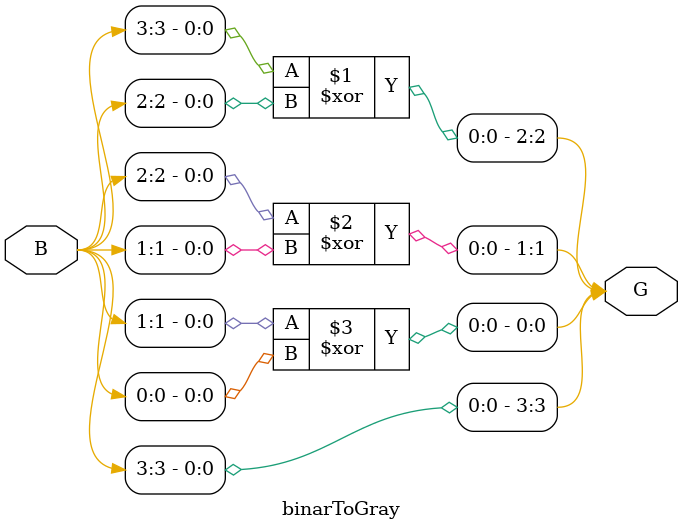
<source format=v>
module binarToGray(B,G);
  input wire [3:0] B;
  output wire [3:0] G;
  
  assign G[3] = B[3];
  
  xor OP1(G[2],B[3],B[2]);
  xor OP2(G[1],B[2],B[1]);
  xor OP3(G[0],B[1],B[0]);
  
endmodule
  
</source>
